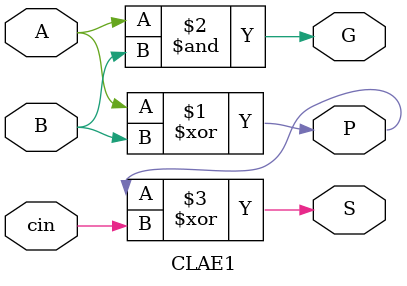
<source format=v>
`timescale 1ns / 1ps


module CLAE1(
    input A, B, cin,          // Single-bit inputs and carry-in
    output P, G, S            // Propagate, Generate, and Sum outputs
);
    assign P = A ^ B;         // Propagate signal
    assign G = A & B;         // Generate signal
    assign S = P ^ cin;       // Sum (Propagate XOR carry-in)
endmodule


</source>
